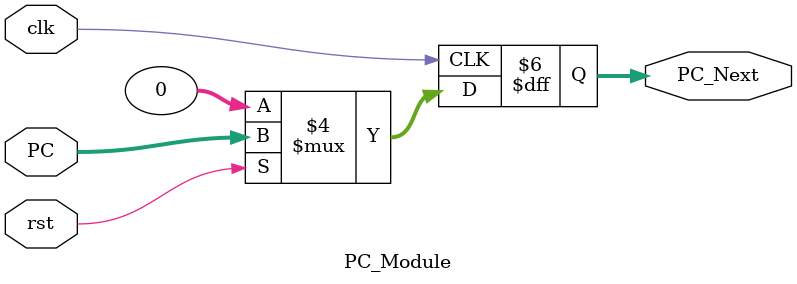
<source format=sv>
module PC_Module(
    input logic clk, rst,
    input  logic [31:0]PC,
    output logic [31:0]PC_Next
);

    always_ff @(posedge clk)
    begin
        if(rst == 1'b0)
            PC_Next <= {32{1'b0}};
        else
            PC_Next <= PC;
    end
endmodule
</source>
